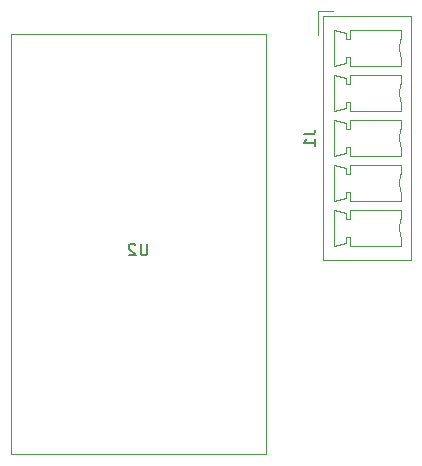
<source format=gbr>
%TF.GenerationSoftware,KiCad,Pcbnew,(5.1.6)-1*%
%TF.CreationDate,2022-02-08T04:05:35+01:00*%
%TF.ProjectId,Thermostat,54686572-6d6f-4737-9461-742e6b696361,rev?*%
%TF.SameCoordinates,Original*%
%TF.FileFunction,Legend,Bot*%
%TF.FilePolarity,Positive*%
%FSLAX46Y46*%
G04 Gerber Fmt 4.6, Leading zero omitted, Abs format (unit mm)*
G04 Created by KiCad (PCBNEW (5.1.6)-1) date 2022-02-08 04:05:35*
%MOMM*%
%LPD*%
G01*
G04 APERTURE LIST*
%ADD10C,0.120000*%
%ADD11C,0.150000*%
G04 APERTURE END LIST*
D10*
%TO.C,U2*%
X101295000Y-85985000D02*
X79705000Y-85985000D01*
X79705000Y-85985000D02*
X79705000Y-50425000D01*
X79705000Y-50425000D02*
X101295000Y-50425000D01*
X101295000Y-50425000D02*
X101295000Y-85985000D01*
%TO.C,J1*%
X105750000Y-48500000D02*
X105750000Y-50500000D01*
X107000000Y-48500000D02*
X105750000Y-48500000D01*
X112750000Y-68340000D02*
X112750000Y-67590000D01*
X108450000Y-68340000D02*
X112750000Y-68340000D01*
X108450000Y-67590000D02*
X108450000Y-68340000D01*
X108100000Y-67590000D02*
X108450000Y-67590000D01*
X108100000Y-68090000D02*
X108100000Y-67590000D01*
X107100000Y-68340000D02*
X108100000Y-68090000D01*
X107100000Y-65340000D02*
X107100000Y-68340000D01*
X108100000Y-65590000D02*
X107100000Y-65340000D01*
X108100000Y-66090000D02*
X108100000Y-65590000D01*
X108450000Y-66090000D02*
X108100000Y-66090000D01*
X108450000Y-65340000D02*
X108450000Y-66090000D01*
X112750000Y-65340000D02*
X108450000Y-65340000D01*
X112750000Y-66090000D02*
X112750000Y-65340000D01*
X112750000Y-64530000D02*
X112750000Y-63780000D01*
X108450000Y-64530000D02*
X112750000Y-64530000D01*
X108450000Y-63780000D02*
X108450000Y-64530000D01*
X108100000Y-63780000D02*
X108450000Y-63780000D01*
X108100000Y-64280000D02*
X108100000Y-63780000D01*
X107100000Y-64530000D02*
X108100000Y-64280000D01*
X107100000Y-61530000D02*
X107100000Y-64530000D01*
X108100000Y-61780000D02*
X107100000Y-61530000D01*
X108100000Y-62280000D02*
X108100000Y-61780000D01*
X108450000Y-62280000D02*
X108100000Y-62280000D01*
X108450000Y-61530000D02*
X108450000Y-62280000D01*
X112750000Y-61530000D02*
X108450000Y-61530000D01*
X112750000Y-62280000D02*
X112750000Y-61530000D01*
X112750000Y-60720000D02*
X112750000Y-59970000D01*
X108450000Y-60720000D02*
X112750000Y-60720000D01*
X108450000Y-59970000D02*
X108450000Y-60720000D01*
X108100000Y-59970000D02*
X108450000Y-59970000D01*
X108100000Y-60470000D02*
X108100000Y-59970000D01*
X107100000Y-60720000D02*
X108100000Y-60470000D01*
X107100000Y-57720000D02*
X107100000Y-60720000D01*
X108100000Y-57970000D02*
X107100000Y-57720000D01*
X108100000Y-58470000D02*
X108100000Y-57970000D01*
X108450000Y-58470000D02*
X108100000Y-58470000D01*
X108450000Y-57720000D02*
X108450000Y-58470000D01*
X112750000Y-57720000D02*
X108450000Y-57720000D01*
X112750000Y-58470000D02*
X112750000Y-57720000D01*
X112750000Y-56910000D02*
X112750000Y-56160000D01*
X108450000Y-56910000D02*
X112750000Y-56910000D01*
X108450000Y-56160000D02*
X108450000Y-56910000D01*
X108100000Y-56160000D02*
X108450000Y-56160000D01*
X108100000Y-56660000D02*
X108100000Y-56160000D01*
X107100000Y-56910000D02*
X108100000Y-56660000D01*
X107100000Y-53910000D02*
X107100000Y-56910000D01*
X108100000Y-54160000D02*
X107100000Y-53910000D01*
X108100000Y-54660000D02*
X108100000Y-54160000D01*
X108450000Y-54660000D02*
X108100000Y-54660000D01*
X108450000Y-53910000D02*
X108450000Y-54660000D01*
X112750000Y-53910000D02*
X108450000Y-53910000D01*
X112750000Y-54660000D02*
X112750000Y-53910000D01*
X112750000Y-53100000D02*
X112750000Y-52350000D01*
X108450000Y-53100000D02*
X112750000Y-53100000D01*
X108450000Y-52350000D02*
X108450000Y-53100000D01*
X108100000Y-52350000D02*
X108450000Y-52350000D01*
X108100000Y-52850000D02*
X108100000Y-52350000D01*
X107100000Y-53100000D02*
X108100000Y-52850000D01*
X107100000Y-50100000D02*
X107100000Y-53100000D01*
X108100000Y-50350000D02*
X107100000Y-50100000D01*
X108100000Y-50850000D02*
X108100000Y-50350000D01*
X108450000Y-50850000D02*
X108100000Y-50850000D01*
X108450000Y-50100000D02*
X108450000Y-50850000D01*
X112750000Y-50100000D02*
X108450000Y-50100000D01*
X112750000Y-50850000D02*
X112750000Y-50100000D01*
X106140000Y-69550000D02*
X106140000Y-48890000D01*
X113610000Y-69550000D02*
X106140000Y-69550000D01*
X113610000Y-48890000D02*
X113610000Y-69550000D01*
X106140000Y-48890000D02*
X113610000Y-48890000D01*
X112749845Y-67589647D02*
G75*
G02*
X112750000Y-66090000I1700155J749647D01*
G01*
X112749845Y-63779647D02*
G75*
G02*
X112750000Y-62280000I1700155J749647D01*
G01*
X112749845Y-59969647D02*
G75*
G02*
X112750000Y-58470000I1700155J749647D01*
G01*
X112749845Y-56159647D02*
G75*
G02*
X112750000Y-54660000I1700155J749647D01*
G01*
X112749845Y-52349647D02*
G75*
G02*
X112750000Y-50850000I1700155J749647D01*
G01*
%TO.C,U2*%
D11*
X91261904Y-68157380D02*
X91261904Y-68966904D01*
X91214285Y-69062142D01*
X91166666Y-69109761D01*
X91071428Y-69157380D01*
X90880952Y-69157380D01*
X90785714Y-69109761D01*
X90738095Y-69062142D01*
X90690476Y-68966904D01*
X90690476Y-68157380D01*
X90261904Y-68252619D02*
X90214285Y-68205000D01*
X90119047Y-68157380D01*
X89880952Y-68157380D01*
X89785714Y-68205000D01*
X89738095Y-68252619D01*
X89690476Y-68347857D01*
X89690476Y-68443095D01*
X89738095Y-68585952D01*
X90309523Y-69157380D01*
X89690476Y-69157380D01*
%TO.C,J1*%
X104502380Y-58886666D02*
X105216666Y-58886666D01*
X105359523Y-58839047D01*
X105454761Y-58743809D01*
X105502380Y-58600952D01*
X105502380Y-58505714D01*
X105502380Y-59886666D02*
X105502380Y-59315238D01*
X105502380Y-59600952D02*
X104502380Y-59600952D01*
X104645238Y-59505714D01*
X104740476Y-59410476D01*
X104788095Y-59315238D01*
%TD*%
M02*

</source>
